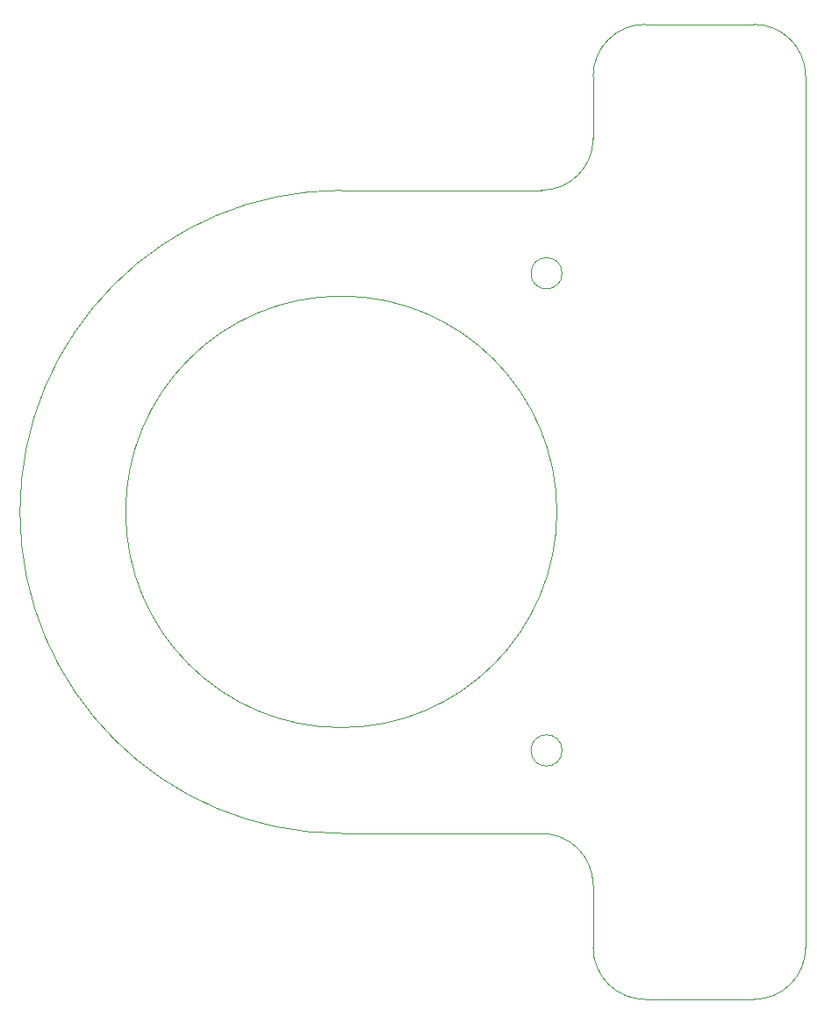
<source format=gbr>
G04 #@! TF.GenerationSoftware,KiCad,Pcbnew,9.0.2*
G04 #@! TF.CreationDate,2025-09-19T15:49:58-04:00*
G04 #@! TF.ProjectId,Trackball,54726163-6b62-4616-9c6c-2e6b69636164,rev?*
G04 #@! TF.SameCoordinates,Original*
G04 #@! TF.FileFunction,Profile,NP*
%FSLAX46Y46*%
G04 Gerber Fmt 4.6, Leading zero omitted, Abs format (unit mm)*
G04 Created by KiCad (PCBNEW 9.0.2) date 2025-09-19 15:49:58*
%MOMM*%
%LPD*%
G01*
G04 APERTURE LIST*
G04 #@! TA.AperFunction,Profile*
%ADD10C,0.050000*%
G04 #@! TD*
G04 APERTURE END LIST*
D10*
X239900000Y-148600000D02*
G75*
G02*
X234900000Y-143600000I0J5000000D01*
G01*
X250400000Y-54600000D02*
G75*
G02*
X255400000Y-59600000I0J-5000000D01*
G01*
X231903330Y-78600000D02*
G75*
G02*
X228896670Y-78600000I-1503330J0D01*
G01*
X228896670Y-78600000D02*
G75*
G02*
X231903330Y-78600000I1503330J0D01*
G01*
X255400000Y-143600000D02*
G75*
G02*
X250400000Y-148600000I-5000000J0D01*
G01*
X255400000Y-101600000D02*
X255400000Y-59600000D01*
X234900000Y-65600000D02*
G75*
G02*
X229900000Y-70600000I-5000000J0D01*
G01*
X229900000Y-132600000D02*
G75*
G02*
X234900000Y-137600000I0J-5000000D01*
G01*
X231400000Y-101600000D02*
G75*
G02*
X189800000Y-101600000I-20800000J0D01*
G01*
X189800000Y-101600000D02*
G75*
G02*
X231400000Y-101600000I20800000J0D01*
G01*
X234900000Y-59600000D02*
G75*
G02*
X239900000Y-54600000I5000000J0D01*
G01*
X231903330Y-124600000D02*
G75*
G02*
X228896670Y-124600000I-1503330J0D01*
G01*
X228896670Y-124600000D02*
G75*
G02*
X231903330Y-124600000I1503330J0D01*
G01*
X210600000Y-70600000D02*
X229900000Y-70600000D01*
X234900000Y-59600000D02*
X234900000Y-65600000D01*
X239900000Y-54600000D02*
X250400000Y-54600000D01*
X210600000Y-132600000D02*
G75*
G02*
X210600000Y-70600000I0J31000000D01*
G01*
X234900000Y-143600000D02*
X234900000Y-137600000D01*
X239900000Y-148600000D02*
X250400000Y-148600000D01*
X255400000Y-101600000D02*
X255400000Y-143600000D01*
X210600000Y-132600000D02*
X229900000Y-132600000D01*
M02*

</source>
